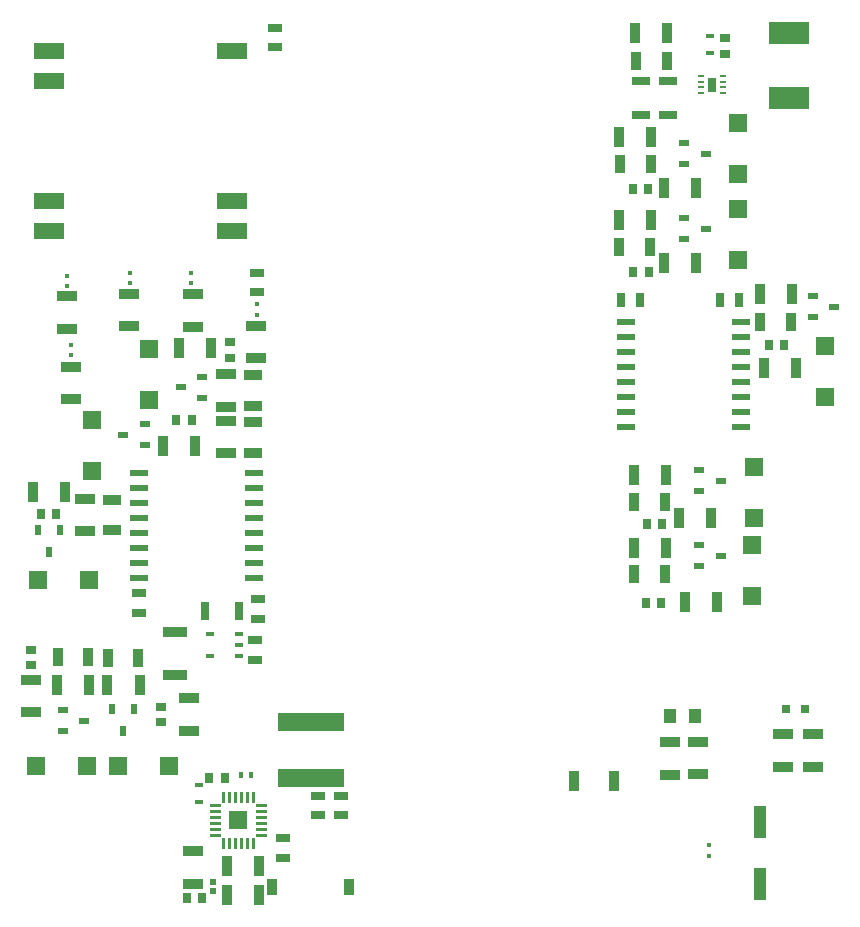
<source format=gbr>
G04 EAGLE Gerber RS-274X export*
G75*
%MOMM*%
%FSLAX34Y34*%
%LPD*%
%INSolderpaste Top*%
%IPPOS*%
%AMOC8*
5,1,8,0,0,1.08239X$1,22.5*%
G01*
G04 Define Apertures*
%ADD10R,1.092200X2.692400*%
%ADD11R,1.199200X0.652400*%
%ADD12R,0.652400X1.549200*%
%ADD13R,0.749200X0.452400*%
%ADD14R,0.401600X0.499200*%
%ADD15R,0.660400X0.838200*%
%ADD16R,1.574800X1.625600*%
%ADD17R,1.625600X1.574800*%
%ADD18R,0.800000X0.800000*%
%ADD19R,1.100000X1.200000*%
%ADD20R,2.159000X0.965200*%
%ADD21R,5.689600X1.600200*%
%ADD22R,0.711200X0.838200*%
%ADD23R,0.838200X0.711200*%
%ADD24R,0.902400X1.549200*%
%ADD25R,0.914400X1.701800*%
%ADD26R,1.701800X0.914400*%
%ADD27R,1.549200X0.902400*%
%ADD28R,0.508000X0.508000*%
%ADD29R,0.889000X1.397000*%
%ADD30R,0.673100X0.457200*%
%ADD31R,0.449200X0.402400*%
%ADD32R,0.965200X0.508000*%
%ADD33R,0.508000X0.965200*%
%ADD34R,0.609600X0.254000*%
%ADD35R,0.711200X1.295400*%
%ADD36R,3.400000X1.850000*%
%ADD37R,0.838200X0.660400*%
%ADD38R,0.914400X1.549400*%
%ADD39R,1.549200X0.652400*%
%ADD40R,1.640000X1.640000*%
%ADD41C,0.067500*%
%ADD42R,0.860000X1.820000*%
%ADD43R,2.500000X1.400000*%
%ADD44R,1.650000X0.600000*%
%ADD45R,0.652400X1.199200*%
D10*
X1212215Y96901D03*
X1212215Y149987D03*
D11*
X784262Y286983D03*
X784262Y303507D03*
D12*
X742023Y328041D03*
X770547Y328041D03*
D13*
X736480Y166248D03*
X736480Y180772D03*
D14*
X780692Y189732D03*
X772176Y189732D03*
D11*
X837761Y155502D03*
X837761Y172026D03*
X856805Y155558D03*
X856805Y172082D03*
X808016Y136024D03*
X808016Y119500D03*
D15*
X758782Y187154D03*
X745320Y187154D03*
D16*
X599131Y197251D03*
X642311Y197251D03*
X711073Y197485D03*
X667893Y197485D03*
D17*
X1193292Y698627D03*
X1193292Y741807D03*
X1193419Y625221D03*
X1193419Y668401D03*
X1267079Y509651D03*
X1267079Y552831D03*
X1206627Y407035D03*
X1206627Y450215D03*
X1205230Y341376D03*
X1205230Y384556D03*
X694817Y507111D03*
X694817Y550291D03*
X646684Y446786D03*
X646684Y489966D03*
D16*
X643396Y354800D03*
X600216Y354800D03*
D18*
X1249679Y245745D03*
X1233679Y245745D03*
D19*
X1156929Y239807D03*
X1135929Y239807D03*
D20*
X716915Y310261D03*
X716915Y273939D03*
D21*
X831856Y187149D03*
X831856Y234139D03*
D22*
X1117092Y685673D03*
X1104138Y685673D03*
D23*
X704342Y234188D03*
X704342Y247142D03*
D22*
X739648Y85598D03*
X726694Y85598D03*
X1117600Y615442D03*
X1104646Y615442D03*
X1219581Y553847D03*
X1232535Y553847D03*
X1129030Y401574D03*
X1116076Y401574D03*
X1128268Y335026D03*
X1115314Y335026D03*
D23*
X763221Y555879D03*
X763221Y542925D03*
D22*
X730631Y489968D03*
X717677Y489968D03*
X616006Y410465D03*
X603052Y410465D03*
D23*
X594732Y282566D03*
X594732Y295520D03*
D24*
X1118801Y636905D03*
X1092777Y636905D03*
D25*
X1238885Y596647D03*
X1211453Y596647D03*
D24*
X1238181Y573405D03*
X1212157Y573405D03*
D25*
X1130173Y686562D03*
X1157605Y686562D03*
X1130173Y623183D03*
X1157605Y623183D03*
X1215113Y534283D03*
X1242545Y534283D03*
X1132205Y443865D03*
X1104773Y443865D03*
D24*
X1131501Y421005D03*
X1105477Y421005D03*
D25*
X1142873Y407283D03*
X1170305Y407283D03*
X1132205Y381762D03*
X1104773Y381762D03*
X1147953Y336163D03*
X1175385Y336163D03*
D24*
X1131501Y359285D03*
X1105477Y359285D03*
D26*
X784860Y542417D03*
X784860Y569849D03*
X732028Y568960D03*
X732028Y596392D03*
X677672Y569595D03*
X677672Y597027D03*
X625094Y567436D03*
X625094Y594868D03*
X628904Y507746D03*
X628904Y535178D03*
X759714Y528828D03*
X759714Y501396D03*
D27*
X782574Y528124D03*
X782574Y502100D03*
D25*
X747092Y550652D03*
X719660Y550652D03*
D26*
X759714Y489458D03*
X759714Y462026D03*
D27*
X782574Y488355D03*
X782574Y462331D03*
D25*
X733552Y467975D03*
X706120Y467975D03*
D26*
X640334Y423418D03*
X640334Y395986D03*
D27*
X663194Y422714D03*
X663194Y396690D03*
D25*
X623626Y429169D03*
X596194Y429169D03*
X616712Y266065D03*
X644144Y266065D03*
D24*
X617135Y288975D03*
X643159Y288975D03*
D26*
X594243Y269905D03*
X594243Y242473D03*
D25*
X686689Y265430D03*
X659257Y265430D03*
D24*
X685604Y288290D03*
X659580Y288290D03*
D26*
X728224Y226949D03*
X728224Y254381D03*
D25*
X1119505Y729424D03*
X1092073Y729424D03*
D26*
X1256919Y196469D03*
X1256919Y223901D03*
X1159510Y190119D03*
X1159510Y217551D03*
X1135888Y217170D03*
X1135888Y189738D03*
X1231519Y223901D03*
X1231519Y196469D03*
D24*
X1119565Y706564D03*
X1093541Y706564D03*
D28*
X748947Y91412D03*
X748947Y99286D03*
D26*
X731901Y97409D03*
X731901Y124841D03*
D25*
X787591Y87975D03*
X760159Y87975D03*
X787591Y112157D03*
X760159Y112157D03*
X1119505Y659765D03*
X1092073Y659765D03*
D29*
X798875Y94621D03*
X863875Y94621D03*
D30*
X770445Y290220D03*
X770445Y299720D03*
X770445Y309220D03*
X746189Y309220D03*
X746189Y290220D03*
D31*
X786003Y588204D03*
X786003Y579180D03*
X729702Y605850D03*
X729702Y614874D03*
X678434Y614874D03*
X678434Y605850D03*
X625094Y612334D03*
X625094Y603310D03*
X628904Y553914D03*
X628904Y544890D03*
D32*
X1147445Y724795D03*
X1147445Y706495D03*
X1165733Y715645D03*
X1160145Y447935D03*
X1160145Y429635D03*
X1178433Y438785D03*
X1147705Y661295D03*
X1147705Y642995D03*
X1165993Y652145D03*
X1256367Y595203D03*
X1256367Y576903D03*
X1274655Y586053D03*
X1160145Y384435D03*
X1160145Y366135D03*
X1178433Y375285D03*
X739648Y508502D03*
X739648Y526802D03*
X721360Y517652D03*
X690753Y468477D03*
X690753Y486777D03*
X672465Y477627D03*
D33*
X619090Y396683D03*
X600790Y396683D03*
X609940Y378395D03*
X681488Y244983D03*
X663188Y244983D03*
X672338Y226695D03*
D32*
X621538Y244735D03*
X621538Y226435D03*
X639826Y235585D03*
D34*
X1180211Y766565D03*
X1180211Y771565D03*
X1180211Y776565D03*
X1180211Y781565D03*
X1162177Y781565D03*
X1162177Y776565D03*
X1162177Y771565D03*
X1162177Y766565D03*
D35*
X1171194Y774065D03*
D36*
X1236599Y818028D03*
X1236599Y762528D03*
D13*
X1169924Y800458D03*
X1169924Y814982D03*
D37*
X1182624Y799719D03*
X1182624Y813181D03*
D38*
X1132713Y794385D03*
X1106805Y794385D03*
D39*
X1133729Y748373D03*
X1133729Y776897D03*
X1110869Y748373D03*
X1110869Y776897D03*
D25*
X1133475Y817626D03*
X1106043Y817626D03*
D40*
X769874Y151384D03*
D41*
X758387Y128071D02*
X756361Y128071D01*
X756361Y135997D01*
X758387Y135997D01*
X758387Y128071D01*
X758387Y128712D02*
X756361Y128712D01*
X756361Y129353D02*
X758387Y129353D01*
X758387Y129994D02*
X756361Y129994D01*
X756361Y130635D02*
X758387Y130635D01*
X758387Y131276D02*
X756361Y131276D01*
X756361Y131917D02*
X758387Y131917D01*
X758387Y132558D02*
X756361Y132558D01*
X756361Y133199D02*
X758387Y133199D01*
X758387Y133840D02*
X756361Y133840D01*
X756361Y134481D02*
X758387Y134481D01*
X758387Y135122D02*
X756361Y135122D01*
X756361Y135763D02*
X758387Y135763D01*
X761361Y128071D02*
X763387Y128071D01*
X761361Y128071D02*
X761361Y135997D01*
X763387Y135997D01*
X763387Y128071D01*
X763387Y128712D02*
X761361Y128712D01*
X761361Y129353D02*
X763387Y129353D01*
X763387Y129994D02*
X761361Y129994D01*
X761361Y130635D02*
X763387Y130635D01*
X763387Y131276D02*
X761361Y131276D01*
X761361Y131917D02*
X763387Y131917D01*
X763387Y132558D02*
X761361Y132558D01*
X761361Y133199D02*
X763387Y133199D01*
X763387Y133840D02*
X761361Y133840D01*
X761361Y134481D02*
X763387Y134481D01*
X763387Y135122D02*
X761361Y135122D01*
X761361Y135763D02*
X763387Y135763D01*
X766361Y128071D02*
X768387Y128071D01*
X766361Y128071D02*
X766361Y135997D01*
X768387Y135997D01*
X768387Y128071D01*
X768387Y128712D02*
X766361Y128712D01*
X766361Y129353D02*
X768387Y129353D01*
X768387Y129994D02*
X766361Y129994D01*
X766361Y130635D02*
X768387Y130635D01*
X768387Y131276D02*
X766361Y131276D01*
X766361Y131917D02*
X768387Y131917D01*
X768387Y132558D02*
X766361Y132558D01*
X766361Y133199D02*
X768387Y133199D01*
X768387Y133840D02*
X766361Y133840D01*
X766361Y134481D02*
X768387Y134481D01*
X768387Y135122D02*
X766361Y135122D01*
X766361Y135763D02*
X768387Y135763D01*
X771361Y128071D02*
X773387Y128071D01*
X771361Y128071D02*
X771361Y135997D01*
X773387Y135997D01*
X773387Y128071D01*
X773387Y128712D02*
X771361Y128712D01*
X771361Y129353D02*
X773387Y129353D01*
X773387Y129994D02*
X771361Y129994D01*
X771361Y130635D02*
X773387Y130635D01*
X773387Y131276D02*
X771361Y131276D01*
X771361Y131917D02*
X773387Y131917D01*
X773387Y132558D02*
X771361Y132558D01*
X771361Y133199D02*
X773387Y133199D01*
X773387Y133840D02*
X771361Y133840D01*
X771361Y134481D02*
X773387Y134481D01*
X773387Y135122D02*
X771361Y135122D01*
X771361Y135763D02*
X773387Y135763D01*
X776361Y128071D02*
X778387Y128071D01*
X776361Y128071D02*
X776361Y135997D01*
X778387Y135997D01*
X778387Y128071D01*
X778387Y128712D02*
X776361Y128712D01*
X776361Y129353D02*
X778387Y129353D01*
X778387Y129994D02*
X776361Y129994D01*
X776361Y130635D02*
X778387Y130635D01*
X778387Y131276D02*
X776361Y131276D01*
X776361Y131917D02*
X778387Y131917D01*
X778387Y132558D02*
X776361Y132558D01*
X776361Y133199D02*
X778387Y133199D01*
X778387Y133840D02*
X776361Y133840D01*
X776361Y134481D02*
X778387Y134481D01*
X778387Y135122D02*
X776361Y135122D01*
X776361Y135763D02*
X778387Y135763D01*
X781361Y128071D02*
X783387Y128071D01*
X781361Y128071D02*
X781361Y135997D01*
X783387Y135997D01*
X783387Y128071D01*
X783387Y128712D02*
X781361Y128712D01*
X781361Y129353D02*
X783387Y129353D01*
X783387Y129994D02*
X781361Y129994D01*
X781361Y130635D02*
X783387Y130635D01*
X783387Y131276D02*
X781361Y131276D01*
X781361Y131917D02*
X783387Y131917D01*
X783387Y132558D02*
X781361Y132558D01*
X781361Y133199D02*
X783387Y133199D01*
X783387Y133840D02*
X781361Y133840D01*
X781361Y134481D02*
X783387Y134481D01*
X783387Y135122D02*
X781361Y135122D01*
X781361Y135763D02*
X783387Y135763D01*
X783387Y166771D02*
X781361Y166771D01*
X781361Y174697D01*
X783387Y174697D01*
X783387Y166771D01*
X783387Y167412D02*
X781361Y167412D01*
X781361Y168053D02*
X783387Y168053D01*
X783387Y168694D02*
X781361Y168694D01*
X781361Y169335D02*
X783387Y169335D01*
X783387Y169976D02*
X781361Y169976D01*
X781361Y170617D02*
X783387Y170617D01*
X783387Y171258D02*
X781361Y171258D01*
X781361Y171899D02*
X783387Y171899D01*
X783387Y172540D02*
X781361Y172540D01*
X781361Y173181D02*
X783387Y173181D01*
X783387Y173822D02*
X781361Y173822D01*
X781361Y174463D02*
X783387Y174463D01*
X778387Y166771D02*
X776361Y166771D01*
X776361Y174697D01*
X778387Y174697D01*
X778387Y166771D01*
X778387Y167412D02*
X776361Y167412D01*
X776361Y168053D02*
X778387Y168053D01*
X778387Y168694D02*
X776361Y168694D01*
X776361Y169335D02*
X778387Y169335D01*
X778387Y169976D02*
X776361Y169976D01*
X776361Y170617D02*
X778387Y170617D01*
X778387Y171258D02*
X776361Y171258D01*
X776361Y171899D02*
X778387Y171899D01*
X778387Y172540D02*
X776361Y172540D01*
X776361Y173181D02*
X778387Y173181D01*
X778387Y173822D02*
X776361Y173822D01*
X776361Y174463D02*
X778387Y174463D01*
X773387Y166771D02*
X771361Y166771D01*
X771361Y174697D01*
X773387Y174697D01*
X773387Y166771D01*
X773387Y167412D02*
X771361Y167412D01*
X771361Y168053D02*
X773387Y168053D01*
X773387Y168694D02*
X771361Y168694D01*
X771361Y169335D02*
X773387Y169335D01*
X773387Y169976D02*
X771361Y169976D01*
X771361Y170617D02*
X773387Y170617D01*
X773387Y171258D02*
X771361Y171258D01*
X771361Y171899D02*
X773387Y171899D01*
X773387Y172540D02*
X771361Y172540D01*
X771361Y173181D02*
X773387Y173181D01*
X773387Y173822D02*
X771361Y173822D01*
X771361Y174463D02*
X773387Y174463D01*
X768387Y166771D02*
X766361Y166771D01*
X766361Y174697D01*
X768387Y174697D01*
X768387Y166771D01*
X768387Y167412D02*
X766361Y167412D01*
X766361Y168053D02*
X768387Y168053D01*
X768387Y168694D02*
X766361Y168694D01*
X766361Y169335D02*
X768387Y169335D01*
X768387Y169976D02*
X766361Y169976D01*
X766361Y170617D02*
X768387Y170617D01*
X768387Y171258D02*
X766361Y171258D01*
X766361Y171899D02*
X768387Y171899D01*
X768387Y172540D02*
X766361Y172540D01*
X766361Y173181D02*
X768387Y173181D01*
X768387Y173822D02*
X766361Y173822D01*
X766361Y174463D02*
X768387Y174463D01*
X763387Y166771D02*
X761361Y166771D01*
X761361Y174697D01*
X763387Y174697D01*
X763387Y166771D01*
X763387Y167412D02*
X761361Y167412D01*
X761361Y168053D02*
X763387Y168053D01*
X763387Y168694D02*
X761361Y168694D01*
X761361Y169335D02*
X763387Y169335D01*
X763387Y169976D02*
X761361Y169976D01*
X761361Y170617D02*
X763387Y170617D01*
X763387Y171258D02*
X761361Y171258D01*
X761361Y171899D02*
X763387Y171899D01*
X763387Y172540D02*
X761361Y172540D01*
X761361Y173181D02*
X763387Y173181D01*
X763387Y173822D02*
X761361Y173822D01*
X761361Y174463D02*
X763387Y174463D01*
X758387Y166771D02*
X756361Y166771D01*
X756361Y174697D01*
X758387Y174697D01*
X758387Y166771D01*
X758387Y167412D02*
X756361Y167412D01*
X756361Y168053D02*
X758387Y168053D01*
X758387Y168694D02*
X756361Y168694D01*
X756361Y169335D02*
X758387Y169335D01*
X758387Y169976D02*
X756361Y169976D01*
X756361Y170617D02*
X758387Y170617D01*
X758387Y171258D02*
X756361Y171258D01*
X756361Y171899D02*
X758387Y171899D01*
X758387Y172540D02*
X756361Y172540D01*
X756361Y173181D02*
X758387Y173181D01*
X758387Y173822D02*
X756361Y173822D01*
X756361Y174463D02*
X758387Y174463D01*
X754487Y162871D02*
X746561Y162871D01*
X746561Y164897D01*
X754487Y164897D01*
X754487Y162871D01*
X754487Y163512D02*
X746561Y163512D01*
X746561Y164153D02*
X754487Y164153D01*
X754487Y164794D02*
X746561Y164794D01*
X746561Y157871D02*
X754487Y157871D01*
X746561Y157871D02*
X746561Y159897D01*
X754487Y159897D01*
X754487Y157871D01*
X754487Y158512D02*
X746561Y158512D01*
X746561Y159153D02*
X754487Y159153D01*
X754487Y159794D02*
X746561Y159794D01*
X746561Y152871D02*
X754487Y152871D01*
X746561Y152871D02*
X746561Y154897D01*
X754487Y154897D01*
X754487Y152871D01*
X754487Y153512D02*
X746561Y153512D01*
X746561Y154153D02*
X754487Y154153D01*
X754487Y154794D02*
X746561Y154794D01*
X746561Y147871D02*
X754487Y147871D01*
X746561Y147871D02*
X746561Y149897D01*
X754487Y149897D01*
X754487Y147871D01*
X754487Y148512D02*
X746561Y148512D01*
X746561Y149153D02*
X754487Y149153D01*
X754487Y149794D02*
X746561Y149794D01*
X746561Y142871D02*
X754487Y142871D01*
X746561Y142871D02*
X746561Y144897D01*
X754487Y144897D01*
X754487Y142871D01*
X754487Y143512D02*
X746561Y143512D01*
X746561Y144153D02*
X754487Y144153D01*
X754487Y144794D02*
X746561Y144794D01*
X746561Y137871D02*
X754487Y137871D01*
X746561Y137871D02*
X746561Y139897D01*
X754487Y139897D01*
X754487Y137871D01*
X754487Y138512D02*
X746561Y138512D01*
X746561Y139153D02*
X754487Y139153D01*
X754487Y139794D02*
X746561Y139794D01*
X785261Y137871D02*
X793187Y137871D01*
X785261Y137871D02*
X785261Y139897D01*
X793187Y139897D01*
X793187Y137871D01*
X793187Y138512D02*
X785261Y138512D01*
X785261Y139153D02*
X793187Y139153D01*
X793187Y139794D02*
X785261Y139794D01*
X785261Y142871D02*
X793187Y142871D01*
X785261Y142871D02*
X785261Y144897D01*
X793187Y144897D01*
X793187Y142871D01*
X793187Y143512D02*
X785261Y143512D01*
X785261Y144153D02*
X793187Y144153D01*
X793187Y144794D02*
X785261Y144794D01*
X785261Y147871D02*
X793187Y147871D01*
X785261Y147871D02*
X785261Y149897D01*
X793187Y149897D01*
X793187Y147871D01*
X793187Y148512D02*
X785261Y148512D01*
X785261Y149153D02*
X793187Y149153D01*
X793187Y149794D02*
X785261Y149794D01*
X785261Y152871D02*
X793187Y152871D01*
X785261Y152871D02*
X785261Y154897D01*
X793187Y154897D01*
X793187Y152871D01*
X793187Y153512D02*
X785261Y153512D01*
X785261Y154153D02*
X793187Y154153D01*
X793187Y154794D02*
X785261Y154794D01*
X785261Y157871D02*
X793187Y157871D01*
X785261Y157871D02*
X785261Y159897D01*
X793187Y159897D01*
X793187Y157871D01*
X793187Y158512D02*
X785261Y158512D01*
X785261Y159153D02*
X793187Y159153D01*
X793187Y159794D02*
X785261Y159794D01*
X785261Y162871D02*
X793187Y162871D01*
X785261Y162871D02*
X785261Y164897D01*
X793187Y164897D01*
X793187Y162871D01*
X793187Y163512D02*
X785261Y163512D01*
X785261Y164153D02*
X793187Y164153D01*
X793187Y164794D02*
X785261Y164794D01*
D31*
X1168527Y120837D03*
X1168527Y129861D03*
D42*
X1054495Y184531D03*
X1087995Y184531D03*
D43*
X609522Y802390D03*
X609522Y776990D03*
X609522Y675390D03*
X609522Y649990D03*
X764522Y649990D03*
X764522Y675390D03*
X764522Y802390D03*
D11*
X786257Y598290D03*
X786257Y614814D03*
X801495Y805761D03*
X801495Y822285D03*
D44*
X1098187Y573151D03*
X1098187Y560451D03*
X1098187Y547751D03*
X1098187Y535051D03*
X1098187Y522351D03*
X1098187Y509651D03*
X1098187Y496951D03*
X1098187Y484251D03*
X1195687Y484251D03*
X1195687Y496951D03*
X1195687Y509651D03*
X1195687Y522351D03*
X1195687Y535051D03*
X1195687Y547751D03*
X1195687Y560451D03*
X1195687Y573151D03*
X783445Y355854D03*
X783445Y368554D03*
X783445Y381254D03*
X783445Y393954D03*
X783445Y406654D03*
X783445Y419354D03*
X783445Y432054D03*
X783445Y444754D03*
X685945Y444754D03*
X685945Y432054D03*
X685945Y419354D03*
X685945Y406654D03*
X685945Y393954D03*
X685945Y381254D03*
X685945Y368554D03*
X685945Y355854D03*
D11*
X786857Y338462D03*
X786857Y321938D03*
X685800Y343542D03*
X685800Y327018D03*
D45*
X1110622Y591820D03*
X1094098Y591820D03*
X1194442Y591820D03*
X1177918Y591820D03*
M02*

</source>
